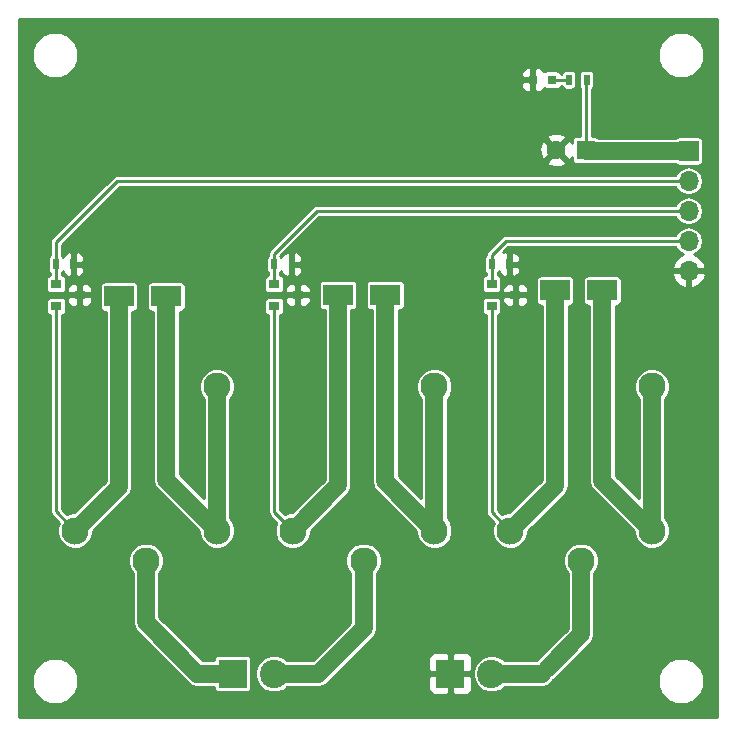
<source format=gtl>
G04 #@! TF.FileFunction,Copper,L1,Top,Signal*
%FSLAX46Y46*%
G04 Gerber Fmt 4.6, Leading zero omitted, Abs format (unit mm)*
G04 Created by KiCad (PCBNEW 4.0.6) date 04/22/17 16:30:30*
%MOMM*%
%LPD*%
G01*
G04 APERTURE LIST*
%ADD10C,0.100000*%
%ADD11C,2.300000*%
%ADD12R,1.600000X1.600000*%
%ADD13C,1.600000*%
%ADD14R,0.800000X0.800000*%
%ADD15R,2.500000X1.800000*%
%ADD16R,1.700000X1.700000*%
%ADD17O,1.700000X1.700000*%
%ADD18C,2.400000*%
%ADD19R,2.400000X2.400000*%
%ADD20R,0.900000X0.800000*%
%ADD21R,0.500000X0.900000*%
%ADD22C,1.500000*%
%ADD23C,0.250000*%
%ADD24C,0.254000*%
G04 APERTURE END LIST*
D10*
D11*
X167513000Y-94551500D03*
X173513000Y-109301500D03*
X167513000Y-106751500D03*
X179513000Y-106751500D03*
X179513000Y-94551500D03*
D12*
X173926500Y-74549000D03*
D13*
X171426500Y-74549000D03*
D14*
X171043500Y-68580000D03*
X169443500Y-68580000D03*
D15*
X138398000Y-86931500D03*
X134398000Y-86931500D03*
X156940000Y-86804500D03*
X152940000Y-86804500D03*
X175323000Y-86423500D03*
X171323000Y-86423500D03*
D16*
X182626000Y-74612500D03*
D17*
X182626000Y-77152500D03*
X182626000Y-79692500D03*
X182626000Y-82232500D03*
X182626000Y-84772500D03*
D18*
X147518000Y-118872000D03*
D19*
X144018000Y-118872000D03*
D18*
X165933000Y-118872000D03*
D19*
X162433000Y-118872000D03*
D20*
X129064000Y-85854500D03*
X129064000Y-87754500D03*
X131064000Y-86804500D03*
X147526500Y-85854500D03*
X147526500Y-87754500D03*
X149526500Y-86804500D03*
X165941500Y-85854500D03*
X165941500Y-87754500D03*
X167941500Y-86804500D03*
D21*
X173978000Y-68580000D03*
X172478000Y-68580000D03*
X129032000Y-84201000D03*
X130532000Y-84201000D03*
X147522500Y-84201000D03*
X149022500Y-84201000D03*
X165937500Y-84201000D03*
X167437500Y-84201000D03*
D11*
X130683000Y-94551500D03*
X136683000Y-109301500D03*
X130683000Y-106751500D03*
X142683000Y-106751500D03*
X142683000Y-94551500D03*
X149098000Y-94551500D03*
X155098000Y-109301500D03*
X149098000Y-106751500D03*
X161098000Y-106751500D03*
X161098000Y-94551500D03*
D22*
X180530500Y-74612500D02*
X182626000Y-74612500D01*
X180530500Y-74612500D02*
X173990000Y-74612500D01*
D23*
X173990000Y-74612500D02*
X173926500Y-74549000D01*
X173926500Y-74549000D02*
X173926500Y-68631500D01*
X173926500Y-68631500D02*
X173978000Y-68580000D01*
D22*
X138398000Y-86931500D02*
X138398000Y-102466500D01*
X138398000Y-102466500D02*
X142683000Y-106751500D01*
X175323000Y-86423500D02*
X175323000Y-102561500D01*
X175323000Y-102561500D02*
X179513000Y-106751500D01*
X156940000Y-86804500D02*
X156940000Y-102593500D01*
X156940000Y-102593500D02*
X161098000Y-106751500D01*
X142683000Y-94551500D02*
X142683000Y-96177845D01*
X142683000Y-96177845D02*
X142683000Y-106751500D01*
X161098000Y-94551500D02*
X161098000Y-106751500D01*
X179513000Y-94551500D02*
X179513000Y-96177845D01*
X179513000Y-96177845D02*
X179513000Y-106751500D01*
D23*
X171043500Y-68580000D02*
X172478000Y-68580000D01*
X129064000Y-87754500D02*
X129064000Y-105132500D01*
X129064000Y-105132500D02*
X130683000Y-106751500D01*
D22*
X130683000Y-106751500D02*
X134398000Y-103036500D01*
X134398000Y-103036500D02*
X134398000Y-86931500D01*
D23*
X147526500Y-87754500D02*
X147526500Y-105180000D01*
X147526500Y-105180000D02*
X149098000Y-106751500D01*
D22*
X152940000Y-86804500D02*
X152940000Y-102909500D01*
X152940000Y-102909500D02*
X149098000Y-106751500D01*
D23*
X165941500Y-87754500D02*
X165941500Y-105180000D01*
X165941500Y-105180000D02*
X167513000Y-106751500D01*
D22*
X171323000Y-86423500D02*
X171323000Y-102941500D01*
X171323000Y-102941500D02*
X167513000Y-106751500D01*
D23*
X182626000Y-77152500D02*
X134239000Y-77152500D01*
X134239000Y-77152500D02*
X129032000Y-82359500D01*
X129032000Y-82359500D02*
X129032000Y-84201000D01*
X129064000Y-85854500D02*
X129064000Y-84233000D01*
X129064000Y-84233000D02*
X129032000Y-84201000D01*
X182626000Y-79692500D02*
X151130000Y-79692500D01*
X151130000Y-79692500D02*
X147522500Y-83300000D01*
X147522500Y-83300000D02*
X147522500Y-84201000D01*
X147522500Y-84201000D02*
X147522500Y-85850500D01*
X147522500Y-85850500D02*
X147526500Y-85854500D01*
X180530500Y-82232500D02*
X182626000Y-82232500D01*
X165937500Y-84201000D02*
X165937500Y-85850500D01*
X165937500Y-85850500D02*
X165941500Y-85854500D01*
X180530500Y-82232500D02*
X167132000Y-82232500D01*
X167132000Y-82232500D02*
X165937500Y-83427000D01*
X165937500Y-83427000D02*
X165937500Y-84201000D01*
D22*
X136683000Y-109301500D02*
X136683000Y-114521500D01*
X136683000Y-114521500D02*
X141033500Y-118872000D01*
X141033500Y-118872000D02*
X144018000Y-118872000D01*
X147518000Y-118872000D02*
X151257000Y-118872000D01*
X151257000Y-118872000D02*
X155098000Y-115031000D01*
X155098000Y-115031000D02*
X155098000Y-109301500D01*
D23*
X170624500Y-118427500D02*
X170688000Y-118364000D01*
D22*
X170688000Y-118364000D02*
X173513000Y-115539000D01*
X165933000Y-118872000D02*
X170180000Y-118872000D01*
D23*
X170180000Y-118872000D02*
X170688000Y-118364000D01*
D22*
X173513000Y-115539000D02*
X173513000Y-109301500D01*
D24*
G36*
X185020000Y-122536000D02*
X125932000Y-122536000D01*
X125932000Y-119884316D01*
X126994657Y-119884316D01*
X127295611Y-120612680D01*
X127852389Y-121170431D01*
X128580226Y-121472655D01*
X129368316Y-121473343D01*
X130096680Y-121172389D01*
X130654431Y-120615611D01*
X130956655Y-119887774D01*
X130957343Y-119099684D01*
X130656389Y-118371320D01*
X130099611Y-117813569D01*
X129371774Y-117511345D01*
X128583684Y-117510657D01*
X127855320Y-117811611D01*
X127297569Y-118368389D01*
X126995345Y-119096226D01*
X126994657Y-119884316D01*
X125932000Y-119884316D01*
X125932000Y-109604699D01*
X135151735Y-109604699D01*
X135384325Y-110167609D01*
X135552000Y-110335577D01*
X135552000Y-114521500D01*
X135638092Y-114954315D01*
X135883262Y-115321238D01*
X140233762Y-119671738D01*
X140600685Y-119916908D01*
X141033500Y-120003000D01*
X142429536Y-120003000D01*
X142429536Y-120072000D01*
X142456103Y-120213190D01*
X142539546Y-120342865D01*
X142666866Y-120429859D01*
X142818000Y-120460464D01*
X145218000Y-120460464D01*
X145359190Y-120433897D01*
X145488865Y-120350454D01*
X145575859Y-120223134D01*
X145606464Y-120072000D01*
X145606464Y-119185101D01*
X145936726Y-119185101D01*
X146176912Y-119766395D01*
X146621266Y-120211525D01*
X147202140Y-120452725D01*
X147831101Y-120453274D01*
X148412395Y-120213088D01*
X148622850Y-120003000D01*
X151257000Y-120003000D01*
X151689815Y-119916908D01*
X152056738Y-119671738D01*
X152570726Y-119157750D01*
X160598000Y-119157750D01*
X160598000Y-120198310D01*
X160694673Y-120431699D01*
X160873302Y-120610327D01*
X161106691Y-120707000D01*
X162147250Y-120707000D01*
X162306000Y-120548250D01*
X162306000Y-118999000D01*
X162560000Y-118999000D01*
X162560000Y-120548250D01*
X162718750Y-120707000D01*
X163759309Y-120707000D01*
X163992698Y-120610327D01*
X164171327Y-120431699D01*
X164268000Y-120198310D01*
X164268000Y-119185101D01*
X164351726Y-119185101D01*
X164591912Y-119766395D01*
X165036266Y-120211525D01*
X165617140Y-120452725D01*
X166246101Y-120453274D01*
X166827395Y-120213088D01*
X167037850Y-120003000D01*
X170180000Y-120003000D01*
X170612815Y-119916908D01*
X170661592Y-119884316D01*
X179994657Y-119884316D01*
X180295611Y-120612680D01*
X180852389Y-121170431D01*
X181580226Y-121472655D01*
X182368316Y-121473343D01*
X183096680Y-121172389D01*
X183654431Y-120615611D01*
X183956655Y-119887774D01*
X183957343Y-119099684D01*
X183656389Y-118371320D01*
X183099611Y-117813569D01*
X182371774Y-117511345D01*
X181583684Y-117510657D01*
X180855320Y-117811611D01*
X180297569Y-118368389D01*
X179995345Y-119096226D01*
X179994657Y-119884316D01*
X170661592Y-119884316D01*
X170979738Y-119671738D01*
X171183214Y-119367214D01*
X171487738Y-119163738D01*
X174312738Y-116338738D01*
X174557908Y-115971815D01*
X174644000Y-115539000D01*
X174644000Y-110335746D01*
X174810162Y-110169874D01*
X175043734Y-109607371D01*
X175044265Y-108998301D01*
X174811675Y-108435391D01*
X174381374Y-108004338D01*
X173818871Y-107770766D01*
X173209801Y-107770235D01*
X172646891Y-108002825D01*
X172215838Y-108433126D01*
X171982266Y-108995629D01*
X171981735Y-109604699D01*
X172214325Y-110167609D01*
X172382000Y-110335577D01*
X172382000Y-115070524D01*
X169888262Y-117564262D01*
X169770169Y-117741000D01*
X167037895Y-117741000D01*
X166829734Y-117532475D01*
X166248860Y-117291275D01*
X165619899Y-117290726D01*
X165038605Y-117530912D01*
X164593475Y-117975266D01*
X164352275Y-118556140D01*
X164351726Y-119185101D01*
X164268000Y-119185101D01*
X164268000Y-119157750D01*
X164109250Y-118999000D01*
X162560000Y-118999000D01*
X162306000Y-118999000D01*
X160756750Y-118999000D01*
X160598000Y-119157750D01*
X152570726Y-119157750D01*
X154182786Y-117545690D01*
X160598000Y-117545690D01*
X160598000Y-118586250D01*
X160756750Y-118745000D01*
X162306000Y-118745000D01*
X162306000Y-117195750D01*
X162560000Y-117195750D01*
X162560000Y-118745000D01*
X164109250Y-118745000D01*
X164268000Y-118586250D01*
X164268000Y-117545690D01*
X164171327Y-117312301D01*
X163992698Y-117133673D01*
X163759309Y-117037000D01*
X162718750Y-117037000D01*
X162560000Y-117195750D01*
X162306000Y-117195750D01*
X162147250Y-117037000D01*
X161106691Y-117037000D01*
X160873302Y-117133673D01*
X160694673Y-117312301D01*
X160598000Y-117545690D01*
X154182786Y-117545690D01*
X155897738Y-115830738D01*
X156142908Y-115463815D01*
X156229000Y-115031000D01*
X156229000Y-110335746D01*
X156395162Y-110169874D01*
X156628734Y-109607371D01*
X156629265Y-108998301D01*
X156396675Y-108435391D01*
X155966374Y-108004338D01*
X155403871Y-107770766D01*
X154794801Y-107770235D01*
X154231891Y-108002825D01*
X153800838Y-108433126D01*
X153567266Y-108995629D01*
X153566735Y-109604699D01*
X153799325Y-110167609D01*
X153967000Y-110335577D01*
X153967000Y-114562524D01*
X150788524Y-117741000D01*
X148622895Y-117741000D01*
X148414734Y-117532475D01*
X147833860Y-117291275D01*
X147204899Y-117290726D01*
X146623605Y-117530912D01*
X146178475Y-117975266D01*
X145937275Y-118556140D01*
X145936726Y-119185101D01*
X145606464Y-119185101D01*
X145606464Y-117672000D01*
X145579897Y-117530810D01*
X145496454Y-117401135D01*
X145369134Y-117314141D01*
X145218000Y-117283536D01*
X142818000Y-117283536D01*
X142676810Y-117310103D01*
X142547135Y-117393546D01*
X142460141Y-117520866D01*
X142429536Y-117672000D01*
X142429536Y-117741000D01*
X141501976Y-117741000D01*
X137814000Y-114053024D01*
X137814000Y-110335746D01*
X137980162Y-110169874D01*
X138213734Y-109607371D01*
X138214265Y-108998301D01*
X137981675Y-108435391D01*
X137551374Y-108004338D01*
X136988871Y-107770766D01*
X136379801Y-107770235D01*
X135816891Y-108002825D01*
X135385838Y-108433126D01*
X135152266Y-108995629D01*
X135151735Y-109604699D01*
X125932000Y-109604699D01*
X125932000Y-87354500D01*
X128225536Y-87354500D01*
X128225536Y-88154500D01*
X128252103Y-88295690D01*
X128335546Y-88425365D01*
X128462866Y-88512359D01*
X128558000Y-88531624D01*
X128558000Y-105132500D01*
X128596517Y-105326138D01*
X128706204Y-105490296D01*
X129301688Y-106085780D01*
X129152266Y-106445629D01*
X129151735Y-107054699D01*
X129384325Y-107617609D01*
X129814626Y-108048662D01*
X130377129Y-108282234D01*
X130986199Y-108282765D01*
X131549109Y-108050175D01*
X131980162Y-107619874D01*
X132213734Y-107057371D01*
X132213941Y-106820035D01*
X135197735Y-103836240D01*
X135197738Y-103836238D01*
X135442908Y-103469315D01*
X135529000Y-103036500D01*
X135529000Y-88219964D01*
X135648000Y-88219964D01*
X135789190Y-88193397D01*
X135918865Y-88109954D01*
X136005859Y-87982634D01*
X136036464Y-87831500D01*
X136036464Y-86031500D01*
X136759536Y-86031500D01*
X136759536Y-87831500D01*
X136786103Y-87972690D01*
X136869546Y-88102365D01*
X136996866Y-88189359D01*
X137148000Y-88219964D01*
X137267000Y-88219964D01*
X137267000Y-102466500D01*
X137353092Y-102899315D01*
X137598262Y-103266238D01*
X141151940Y-106819916D01*
X141151735Y-107054699D01*
X141384325Y-107617609D01*
X141814626Y-108048662D01*
X142377129Y-108282234D01*
X142986199Y-108282765D01*
X143549109Y-108050175D01*
X143980162Y-107619874D01*
X144213734Y-107057371D01*
X144214265Y-106448301D01*
X143981675Y-105885391D01*
X143814000Y-105717423D01*
X143814000Y-95585746D01*
X143980162Y-95419874D01*
X144213734Y-94857371D01*
X144214265Y-94248301D01*
X143981675Y-93685391D01*
X143551374Y-93254338D01*
X142988871Y-93020766D01*
X142379801Y-93020235D01*
X141816891Y-93252825D01*
X141385838Y-93683126D01*
X141152266Y-94245629D01*
X141151735Y-94854699D01*
X141384325Y-95417609D01*
X141552000Y-95585577D01*
X141552000Y-104021024D01*
X139529000Y-101998024D01*
X139529000Y-88219964D01*
X139648000Y-88219964D01*
X139789190Y-88193397D01*
X139918865Y-88109954D01*
X140005859Y-87982634D01*
X140036464Y-87831500D01*
X140036464Y-87354500D01*
X146688036Y-87354500D01*
X146688036Y-88154500D01*
X146714603Y-88295690D01*
X146798046Y-88425365D01*
X146925366Y-88512359D01*
X147020500Y-88531624D01*
X147020500Y-105180000D01*
X147059017Y-105373638D01*
X147168704Y-105537796D01*
X147716688Y-106085780D01*
X147567266Y-106445629D01*
X147566735Y-107054699D01*
X147799325Y-107617609D01*
X148229626Y-108048662D01*
X148792129Y-108282234D01*
X149401199Y-108282765D01*
X149964109Y-108050175D01*
X150395162Y-107619874D01*
X150628734Y-107057371D01*
X150628941Y-106820035D01*
X153739735Y-103709240D01*
X153739738Y-103709238D01*
X153984908Y-103342315D01*
X154000041Y-103266238D01*
X154071001Y-102909500D01*
X154071000Y-102909495D01*
X154071000Y-88092964D01*
X154190000Y-88092964D01*
X154331190Y-88066397D01*
X154460865Y-87982954D01*
X154547859Y-87855634D01*
X154578464Y-87704500D01*
X154578464Y-85904500D01*
X155301536Y-85904500D01*
X155301536Y-87704500D01*
X155328103Y-87845690D01*
X155411546Y-87975365D01*
X155538866Y-88062359D01*
X155690000Y-88092964D01*
X155809000Y-88092964D01*
X155809000Y-102593500D01*
X155895092Y-103026315D01*
X156140262Y-103393238D01*
X159566940Y-106819916D01*
X159566735Y-107054699D01*
X159799325Y-107617609D01*
X160229626Y-108048662D01*
X160792129Y-108282234D01*
X161401199Y-108282765D01*
X161964109Y-108050175D01*
X162395162Y-107619874D01*
X162628734Y-107057371D01*
X162629265Y-106448301D01*
X162396675Y-105885391D01*
X162229000Y-105717423D01*
X162229000Y-95585746D01*
X162395162Y-95419874D01*
X162628734Y-94857371D01*
X162629265Y-94248301D01*
X162396675Y-93685391D01*
X161966374Y-93254338D01*
X161403871Y-93020766D01*
X160794801Y-93020235D01*
X160231891Y-93252825D01*
X159800838Y-93683126D01*
X159567266Y-94245629D01*
X159566735Y-94854699D01*
X159799325Y-95417609D01*
X159967000Y-95585577D01*
X159967000Y-104021024D01*
X158071000Y-102125024D01*
X158071000Y-88092964D01*
X158190000Y-88092964D01*
X158331190Y-88066397D01*
X158460865Y-87982954D01*
X158547859Y-87855634D01*
X158578464Y-87704500D01*
X158578464Y-87354500D01*
X165103036Y-87354500D01*
X165103036Y-88154500D01*
X165129603Y-88295690D01*
X165213046Y-88425365D01*
X165340366Y-88512359D01*
X165435500Y-88531624D01*
X165435500Y-105180000D01*
X165474017Y-105373638D01*
X165583704Y-105537796D01*
X166131688Y-106085780D01*
X165982266Y-106445629D01*
X165981735Y-107054699D01*
X166214325Y-107617609D01*
X166644626Y-108048662D01*
X167207129Y-108282234D01*
X167816199Y-108282765D01*
X168379109Y-108050175D01*
X168810162Y-107619874D01*
X169043734Y-107057371D01*
X169043941Y-106820035D01*
X172122738Y-103741238D01*
X172367908Y-103374315D01*
X172454001Y-102941500D01*
X172454000Y-102941495D01*
X172454000Y-87711964D01*
X172573000Y-87711964D01*
X172714190Y-87685397D01*
X172843865Y-87601954D01*
X172930859Y-87474634D01*
X172961464Y-87323500D01*
X172961464Y-85523500D01*
X173684536Y-85523500D01*
X173684536Y-87323500D01*
X173711103Y-87464690D01*
X173794546Y-87594365D01*
X173921866Y-87681359D01*
X174073000Y-87711964D01*
X174192000Y-87711964D01*
X174192000Y-102561500D01*
X174278092Y-102994315D01*
X174523262Y-103361238D01*
X177981940Y-106819916D01*
X177981735Y-107054699D01*
X178214325Y-107617609D01*
X178644626Y-108048662D01*
X179207129Y-108282234D01*
X179816199Y-108282765D01*
X180379109Y-108050175D01*
X180810162Y-107619874D01*
X181043734Y-107057371D01*
X181044265Y-106448301D01*
X180811675Y-105885391D01*
X180644000Y-105717423D01*
X180644000Y-95585746D01*
X180810162Y-95419874D01*
X181043734Y-94857371D01*
X181044265Y-94248301D01*
X180811675Y-93685391D01*
X180381374Y-93254338D01*
X179818871Y-93020766D01*
X179209801Y-93020235D01*
X178646891Y-93252825D01*
X178215838Y-93683126D01*
X177982266Y-94245629D01*
X177981735Y-94854699D01*
X178214325Y-95417609D01*
X178382000Y-95585577D01*
X178382000Y-104021024D01*
X176454000Y-102093024D01*
X176454000Y-87711964D01*
X176573000Y-87711964D01*
X176714190Y-87685397D01*
X176843865Y-87601954D01*
X176930859Y-87474634D01*
X176961464Y-87323500D01*
X176961464Y-85523500D01*
X176934897Y-85382310D01*
X176851454Y-85252635D01*
X176724134Y-85165641D01*
X176573000Y-85135036D01*
X174073000Y-85135036D01*
X173931810Y-85161603D01*
X173802135Y-85245046D01*
X173715141Y-85372366D01*
X173684536Y-85523500D01*
X172961464Y-85523500D01*
X172934897Y-85382310D01*
X172851454Y-85252635D01*
X172724134Y-85165641D01*
X172573000Y-85135036D01*
X170073000Y-85135036D01*
X169931810Y-85161603D01*
X169802135Y-85245046D01*
X169715141Y-85372366D01*
X169684536Y-85523500D01*
X169684536Y-87323500D01*
X169711103Y-87464690D01*
X169794546Y-87594365D01*
X169921866Y-87681359D01*
X170073000Y-87711964D01*
X170192000Y-87711964D01*
X170192000Y-102473024D01*
X167444584Y-105220440D01*
X167209801Y-105220235D01*
X166847165Y-105370073D01*
X166447500Y-104970408D01*
X166447500Y-88532427D01*
X166532690Y-88516397D01*
X166662365Y-88432954D01*
X166749359Y-88305634D01*
X166779964Y-88154500D01*
X166779964Y-87354500D01*
X166753397Y-87213310D01*
X166674211Y-87090250D01*
X166856500Y-87090250D01*
X166856500Y-87330810D01*
X166953173Y-87564199D01*
X167131802Y-87742827D01*
X167365191Y-87839500D01*
X167655750Y-87839500D01*
X167814500Y-87680750D01*
X167814500Y-86931500D01*
X168068500Y-86931500D01*
X168068500Y-87680750D01*
X168227250Y-87839500D01*
X168517809Y-87839500D01*
X168751198Y-87742827D01*
X168929827Y-87564199D01*
X169026500Y-87330810D01*
X169026500Y-87090250D01*
X168867750Y-86931500D01*
X168068500Y-86931500D01*
X167814500Y-86931500D01*
X167015250Y-86931500D01*
X166856500Y-87090250D01*
X166674211Y-87090250D01*
X166669954Y-87083635D01*
X166542634Y-86996641D01*
X166391500Y-86966036D01*
X165491500Y-86966036D01*
X165350310Y-86992603D01*
X165220635Y-87076046D01*
X165133641Y-87203366D01*
X165103036Y-87354500D01*
X158578464Y-87354500D01*
X158578464Y-85904500D01*
X158551897Y-85763310D01*
X158468454Y-85633635D01*
X158341134Y-85546641D01*
X158190000Y-85516036D01*
X155690000Y-85516036D01*
X155548810Y-85542603D01*
X155419135Y-85626046D01*
X155332141Y-85753366D01*
X155301536Y-85904500D01*
X154578464Y-85904500D01*
X154551897Y-85763310D01*
X154468454Y-85633635D01*
X154341134Y-85546641D01*
X154190000Y-85516036D01*
X151690000Y-85516036D01*
X151548810Y-85542603D01*
X151419135Y-85626046D01*
X151332141Y-85753366D01*
X151301536Y-85904500D01*
X151301536Y-87704500D01*
X151328103Y-87845690D01*
X151411546Y-87975365D01*
X151538866Y-88062359D01*
X151690000Y-88092964D01*
X151809000Y-88092964D01*
X151809000Y-102441025D01*
X149029585Y-105220440D01*
X148794801Y-105220235D01*
X148432165Y-105370073D01*
X148032500Y-104970408D01*
X148032500Y-88532427D01*
X148117690Y-88516397D01*
X148247365Y-88432954D01*
X148334359Y-88305634D01*
X148364964Y-88154500D01*
X148364964Y-87354500D01*
X148338397Y-87213310D01*
X148259211Y-87090250D01*
X148441500Y-87090250D01*
X148441500Y-87330810D01*
X148538173Y-87564199D01*
X148716802Y-87742827D01*
X148950191Y-87839500D01*
X149240750Y-87839500D01*
X149399500Y-87680750D01*
X149399500Y-86931500D01*
X149653500Y-86931500D01*
X149653500Y-87680750D01*
X149812250Y-87839500D01*
X150102809Y-87839500D01*
X150336198Y-87742827D01*
X150514827Y-87564199D01*
X150611500Y-87330810D01*
X150611500Y-87090250D01*
X150452750Y-86931500D01*
X149653500Y-86931500D01*
X149399500Y-86931500D01*
X148600250Y-86931500D01*
X148441500Y-87090250D01*
X148259211Y-87090250D01*
X148254954Y-87083635D01*
X148127634Y-86996641D01*
X147976500Y-86966036D01*
X147076500Y-86966036D01*
X146935310Y-86992603D01*
X146805635Y-87076046D01*
X146718641Y-87203366D01*
X146688036Y-87354500D01*
X140036464Y-87354500D01*
X140036464Y-86031500D01*
X140009897Y-85890310D01*
X139926454Y-85760635D01*
X139799134Y-85673641D01*
X139648000Y-85643036D01*
X137148000Y-85643036D01*
X137006810Y-85669603D01*
X136877135Y-85753046D01*
X136790141Y-85880366D01*
X136759536Y-86031500D01*
X136036464Y-86031500D01*
X136009897Y-85890310D01*
X135926454Y-85760635D01*
X135799134Y-85673641D01*
X135648000Y-85643036D01*
X133148000Y-85643036D01*
X133006810Y-85669603D01*
X132877135Y-85753046D01*
X132790141Y-85880366D01*
X132759536Y-86031500D01*
X132759536Y-87831500D01*
X132786103Y-87972690D01*
X132869546Y-88102365D01*
X132996866Y-88189359D01*
X133148000Y-88219964D01*
X133267000Y-88219964D01*
X133267000Y-102568025D01*
X130614585Y-105220440D01*
X130379801Y-105220235D01*
X130017165Y-105370073D01*
X129570000Y-104922908D01*
X129570000Y-88532427D01*
X129655190Y-88516397D01*
X129784865Y-88432954D01*
X129871859Y-88305634D01*
X129902464Y-88154500D01*
X129902464Y-87354500D01*
X129875897Y-87213310D01*
X129796711Y-87090250D01*
X129979000Y-87090250D01*
X129979000Y-87330810D01*
X130075673Y-87564199D01*
X130254302Y-87742827D01*
X130487691Y-87839500D01*
X130778250Y-87839500D01*
X130937000Y-87680750D01*
X130937000Y-86931500D01*
X131191000Y-86931500D01*
X131191000Y-87680750D01*
X131349750Y-87839500D01*
X131640309Y-87839500D01*
X131873698Y-87742827D01*
X132052327Y-87564199D01*
X132149000Y-87330810D01*
X132149000Y-87090250D01*
X131990250Y-86931500D01*
X131191000Y-86931500D01*
X130937000Y-86931500D01*
X130137750Y-86931500D01*
X129979000Y-87090250D01*
X129796711Y-87090250D01*
X129792454Y-87083635D01*
X129665134Y-86996641D01*
X129514000Y-86966036D01*
X128614000Y-86966036D01*
X128472810Y-86992603D01*
X128343135Y-87076046D01*
X128256141Y-87203366D01*
X128225536Y-87354500D01*
X125932000Y-87354500D01*
X125932000Y-85454500D01*
X128225536Y-85454500D01*
X128225536Y-86254500D01*
X128252103Y-86395690D01*
X128335546Y-86525365D01*
X128462866Y-86612359D01*
X128614000Y-86642964D01*
X129514000Y-86642964D01*
X129655190Y-86616397D01*
X129784865Y-86532954D01*
X129871859Y-86405634D01*
X129897666Y-86278190D01*
X129979000Y-86278190D01*
X129979000Y-86518750D01*
X130137750Y-86677500D01*
X130937000Y-86677500D01*
X130937000Y-85928250D01*
X131191000Y-85928250D01*
X131191000Y-86677500D01*
X131990250Y-86677500D01*
X132149000Y-86518750D01*
X132149000Y-86278190D01*
X132052327Y-86044801D01*
X131873698Y-85866173D01*
X131640309Y-85769500D01*
X131349750Y-85769500D01*
X131191000Y-85928250D01*
X130937000Y-85928250D01*
X130778250Y-85769500D01*
X130487691Y-85769500D01*
X130254302Y-85866173D01*
X130075673Y-86044801D01*
X129979000Y-86278190D01*
X129897666Y-86278190D01*
X129902464Y-86254500D01*
X129902464Y-85454500D01*
X146688036Y-85454500D01*
X146688036Y-86254500D01*
X146714603Y-86395690D01*
X146798046Y-86525365D01*
X146925366Y-86612359D01*
X147076500Y-86642964D01*
X147976500Y-86642964D01*
X148117690Y-86616397D01*
X148247365Y-86532954D01*
X148334359Y-86405634D01*
X148360166Y-86278190D01*
X148441500Y-86278190D01*
X148441500Y-86518750D01*
X148600250Y-86677500D01*
X149399500Y-86677500D01*
X149399500Y-85928250D01*
X149653500Y-85928250D01*
X149653500Y-86677500D01*
X150452750Y-86677500D01*
X150611500Y-86518750D01*
X150611500Y-86278190D01*
X150514827Y-86044801D01*
X150336198Y-85866173D01*
X150102809Y-85769500D01*
X149812250Y-85769500D01*
X149653500Y-85928250D01*
X149399500Y-85928250D01*
X149240750Y-85769500D01*
X148950191Y-85769500D01*
X148716802Y-85866173D01*
X148538173Y-86044801D01*
X148441500Y-86278190D01*
X148360166Y-86278190D01*
X148364964Y-86254500D01*
X148364964Y-85454500D01*
X165103036Y-85454500D01*
X165103036Y-86254500D01*
X165129603Y-86395690D01*
X165213046Y-86525365D01*
X165340366Y-86612359D01*
X165491500Y-86642964D01*
X166391500Y-86642964D01*
X166532690Y-86616397D01*
X166662365Y-86532954D01*
X166749359Y-86405634D01*
X166775166Y-86278190D01*
X166856500Y-86278190D01*
X166856500Y-86518750D01*
X167015250Y-86677500D01*
X167814500Y-86677500D01*
X167814500Y-85928250D01*
X168068500Y-85928250D01*
X168068500Y-86677500D01*
X168867750Y-86677500D01*
X169026500Y-86518750D01*
X169026500Y-86278190D01*
X168929827Y-86044801D01*
X168751198Y-85866173D01*
X168517809Y-85769500D01*
X168227250Y-85769500D01*
X168068500Y-85928250D01*
X167814500Y-85928250D01*
X167655750Y-85769500D01*
X167365191Y-85769500D01*
X167131802Y-85866173D01*
X166953173Y-86044801D01*
X166856500Y-86278190D01*
X166775166Y-86278190D01*
X166779964Y-86254500D01*
X166779964Y-85454500D01*
X166753397Y-85313310D01*
X166669954Y-85183635D01*
X166542634Y-85096641D01*
X166443500Y-85076566D01*
X166443500Y-84939019D01*
X166458365Y-84929454D01*
X166545359Y-84802134D01*
X166552500Y-84766870D01*
X166552500Y-84777310D01*
X166649173Y-85010699D01*
X166827802Y-85189327D01*
X167061191Y-85286000D01*
X167153750Y-85286000D01*
X167312500Y-85127250D01*
X167312500Y-84328000D01*
X167562500Y-84328000D01*
X167562500Y-85127250D01*
X167721250Y-85286000D01*
X167813809Y-85286000D01*
X168047198Y-85189327D01*
X168107135Y-85129390D01*
X181184524Y-85129390D01*
X181354355Y-85539424D01*
X181744642Y-85967683D01*
X182269108Y-86213986D01*
X182499000Y-86093319D01*
X182499000Y-84899500D01*
X182753000Y-84899500D01*
X182753000Y-86093319D01*
X182982892Y-86213986D01*
X183507358Y-85967683D01*
X183897645Y-85539424D01*
X184067476Y-85129390D01*
X183946155Y-84899500D01*
X182753000Y-84899500D01*
X182499000Y-84899500D01*
X181305845Y-84899500D01*
X181184524Y-85129390D01*
X168107135Y-85129390D01*
X168225827Y-85010699D01*
X168322500Y-84777310D01*
X168322500Y-84486750D01*
X168163750Y-84328000D01*
X167562500Y-84328000D01*
X167312500Y-84328000D01*
X167290500Y-84328000D01*
X167290500Y-84074000D01*
X167312500Y-84074000D01*
X167312500Y-83274750D01*
X167562500Y-83274750D01*
X167562500Y-84074000D01*
X168163750Y-84074000D01*
X168322500Y-83915250D01*
X168322500Y-83624690D01*
X168225827Y-83391301D01*
X168047198Y-83212673D01*
X167813809Y-83116000D01*
X167721250Y-83116000D01*
X167562500Y-83274750D01*
X167312500Y-83274750D01*
X167153750Y-83116000D01*
X167061191Y-83116000D01*
X166895433Y-83184659D01*
X167341592Y-82738500D01*
X181487918Y-82738500D01*
X181731435Y-83102948D01*
X182130800Y-83369796D01*
X182169947Y-83377583D01*
X181744642Y-83577317D01*
X181354355Y-84005576D01*
X181184524Y-84415610D01*
X181305845Y-84645500D01*
X182499000Y-84645500D01*
X182499000Y-84625500D01*
X182753000Y-84625500D01*
X182753000Y-84645500D01*
X183946155Y-84645500D01*
X184067476Y-84415610D01*
X183897645Y-84005576D01*
X183507358Y-83577317D01*
X183082053Y-83377583D01*
X183121200Y-83369796D01*
X183520565Y-83102948D01*
X183787413Y-82703583D01*
X183881117Y-82232500D01*
X183787413Y-81761417D01*
X183520565Y-81362052D01*
X183121200Y-81095204D01*
X182650117Y-81001500D01*
X182601883Y-81001500D01*
X182130800Y-81095204D01*
X181731435Y-81362052D01*
X181487918Y-81726500D01*
X167132000Y-81726500D01*
X166938362Y-81765017D01*
X166774204Y-81874704D01*
X165579704Y-83069204D01*
X165470017Y-83233362D01*
X165431500Y-83427000D01*
X165431500Y-83462981D01*
X165416635Y-83472546D01*
X165329641Y-83599866D01*
X165299036Y-83751000D01*
X165299036Y-84651000D01*
X165325603Y-84792190D01*
X165409046Y-84921865D01*
X165431500Y-84937207D01*
X165431500Y-85077326D01*
X165350310Y-85092603D01*
X165220635Y-85176046D01*
X165133641Y-85303366D01*
X165103036Y-85454500D01*
X148364964Y-85454500D01*
X148338397Y-85313310D01*
X148254954Y-85183635D01*
X148127634Y-85096641D01*
X148028500Y-85076566D01*
X148028500Y-84939019D01*
X148043365Y-84929454D01*
X148130359Y-84802134D01*
X148137500Y-84766870D01*
X148137500Y-84777310D01*
X148234173Y-85010699D01*
X148412802Y-85189327D01*
X148646191Y-85286000D01*
X148738750Y-85286000D01*
X148897500Y-85127250D01*
X148897500Y-84328000D01*
X149147500Y-84328000D01*
X149147500Y-85127250D01*
X149306250Y-85286000D01*
X149398809Y-85286000D01*
X149632198Y-85189327D01*
X149810827Y-85010699D01*
X149907500Y-84777310D01*
X149907500Y-84486750D01*
X149748750Y-84328000D01*
X149147500Y-84328000D01*
X148897500Y-84328000D01*
X148875500Y-84328000D01*
X148875500Y-84074000D01*
X148897500Y-84074000D01*
X148897500Y-83274750D01*
X149147500Y-83274750D01*
X149147500Y-84074000D01*
X149748750Y-84074000D01*
X149907500Y-83915250D01*
X149907500Y-83624690D01*
X149810827Y-83391301D01*
X149632198Y-83212673D01*
X149398809Y-83116000D01*
X149306250Y-83116000D01*
X149147500Y-83274750D01*
X148897500Y-83274750D01*
X148738750Y-83116000D01*
X148646191Y-83116000D01*
X148412802Y-83212673D01*
X148234173Y-83391301D01*
X148137500Y-83624690D01*
X148137500Y-83626301D01*
X148134397Y-83609810D01*
X148053696Y-83484396D01*
X151339592Y-80198500D01*
X181487918Y-80198500D01*
X181731435Y-80562948D01*
X182130800Y-80829796D01*
X182601883Y-80923500D01*
X182650117Y-80923500D01*
X183121200Y-80829796D01*
X183520565Y-80562948D01*
X183787413Y-80163583D01*
X183881117Y-79692500D01*
X183787413Y-79221417D01*
X183520565Y-78822052D01*
X183121200Y-78555204D01*
X182650117Y-78461500D01*
X182601883Y-78461500D01*
X182130800Y-78555204D01*
X181731435Y-78822052D01*
X181487918Y-79186500D01*
X151130000Y-79186500D01*
X150936362Y-79225017D01*
X150772204Y-79334704D01*
X147164704Y-82942204D01*
X147055017Y-83106362D01*
X147016500Y-83300000D01*
X147016500Y-83462981D01*
X147001635Y-83472546D01*
X146914641Y-83599866D01*
X146884036Y-83751000D01*
X146884036Y-84651000D01*
X146910603Y-84792190D01*
X146994046Y-84921865D01*
X147016500Y-84937207D01*
X147016500Y-85077326D01*
X146935310Y-85092603D01*
X146805635Y-85176046D01*
X146718641Y-85303366D01*
X146688036Y-85454500D01*
X129902464Y-85454500D01*
X129875897Y-85313310D01*
X129792454Y-85183635D01*
X129665134Y-85096641D01*
X129570000Y-85077376D01*
X129570000Y-84904376D01*
X129639859Y-84802134D01*
X129647000Y-84766870D01*
X129647000Y-84777310D01*
X129743673Y-85010699D01*
X129922302Y-85189327D01*
X130155691Y-85286000D01*
X130248250Y-85286000D01*
X130407000Y-85127250D01*
X130407000Y-84328000D01*
X130657000Y-84328000D01*
X130657000Y-85127250D01*
X130815750Y-85286000D01*
X130908309Y-85286000D01*
X131141698Y-85189327D01*
X131320327Y-85010699D01*
X131417000Y-84777310D01*
X131417000Y-84486750D01*
X131258250Y-84328000D01*
X130657000Y-84328000D01*
X130407000Y-84328000D01*
X130385000Y-84328000D01*
X130385000Y-84074000D01*
X130407000Y-84074000D01*
X130407000Y-83274750D01*
X130657000Y-83274750D01*
X130657000Y-84074000D01*
X131258250Y-84074000D01*
X131417000Y-83915250D01*
X131417000Y-83624690D01*
X131320327Y-83391301D01*
X131141698Y-83212673D01*
X130908309Y-83116000D01*
X130815750Y-83116000D01*
X130657000Y-83274750D01*
X130407000Y-83274750D01*
X130248250Y-83116000D01*
X130155691Y-83116000D01*
X129922302Y-83212673D01*
X129743673Y-83391301D01*
X129647000Y-83624690D01*
X129647000Y-83626301D01*
X129643897Y-83609810D01*
X129560454Y-83480135D01*
X129538000Y-83464793D01*
X129538000Y-82569092D01*
X134448592Y-77658500D01*
X181487918Y-77658500D01*
X181731435Y-78022948D01*
X182130800Y-78289796D01*
X182601883Y-78383500D01*
X182650117Y-78383500D01*
X183121200Y-78289796D01*
X183520565Y-78022948D01*
X183787413Y-77623583D01*
X183881117Y-77152500D01*
X183787413Y-76681417D01*
X183520565Y-76282052D01*
X183121200Y-76015204D01*
X182650117Y-75921500D01*
X182601883Y-75921500D01*
X182130800Y-76015204D01*
X181731435Y-76282052D01*
X181487918Y-76646500D01*
X134239000Y-76646500D01*
X134045362Y-76685017D01*
X133881204Y-76794704D01*
X128674204Y-82001704D01*
X128564517Y-82165862D01*
X128526000Y-82359500D01*
X128526000Y-83462981D01*
X128511135Y-83472546D01*
X128424141Y-83599866D01*
X128393536Y-83751000D01*
X128393536Y-84651000D01*
X128420103Y-84792190D01*
X128503546Y-84921865D01*
X128558000Y-84959072D01*
X128558000Y-85076573D01*
X128472810Y-85092603D01*
X128343135Y-85176046D01*
X128256141Y-85303366D01*
X128225536Y-85454500D01*
X125932000Y-85454500D01*
X125932000Y-75556745D01*
X170598361Y-75556745D01*
X170672495Y-75802864D01*
X171209723Y-75995965D01*
X171779954Y-75968778D01*
X172180505Y-75802864D01*
X172254639Y-75556745D01*
X171426500Y-74728605D01*
X170598361Y-75556745D01*
X125932000Y-75556745D01*
X125932000Y-74332223D01*
X169979535Y-74332223D01*
X170006722Y-74902454D01*
X170172636Y-75303005D01*
X170418755Y-75377139D01*
X171246895Y-74549000D01*
X171606105Y-74549000D01*
X172434245Y-75377139D01*
X172680364Y-75303005D01*
X172738036Y-75142555D01*
X172738036Y-75349000D01*
X172764603Y-75490190D01*
X172848046Y-75619865D01*
X172975366Y-75706859D01*
X173126500Y-75737464D01*
X173959655Y-75737464D01*
X173990000Y-75743500D01*
X181512379Y-75743500D01*
X181624866Y-75820359D01*
X181776000Y-75850964D01*
X183476000Y-75850964D01*
X183617190Y-75824397D01*
X183746865Y-75740954D01*
X183833859Y-75613634D01*
X183864464Y-75462500D01*
X183864464Y-73762500D01*
X183837897Y-73621310D01*
X183754454Y-73491635D01*
X183627134Y-73404641D01*
X183476000Y-73374036D01*
X181776000Y-73374036D01*
X181634810Y-73400603D01*
X181509092Y-73481500D01*
X175007119Y-73481500D01*
X175004954Y-73478135D01*
X174877634Y-73391141D01*
X174726500Y-73360536D01*
X174432500Y-73360536D01*
X174432500Y-69351158D01*
X174498865Y-69308454D01*
X174585859Y-69181134D01*
X174616464Y-69030000D01*
X174616464Y-68130000D01*
X174589897Y-67988810D01*
X174506454Y-67859135D01*
X174379134Y-67772141D01*
X174228000Y-67741536D01*
X173728000Y-67741536D01*
X173586810Y-67768103D01*
X173457135Y-67851546D01*
X173370141Y-67978866D01*
X173339536Y-68130000D01*
X173339536Y-69030000D01*
X173366103Y-69171190D01*
X173420500Y-69255726D01*
X173420500Y-73360536D01*
X173126500Y-73360536D01*
X172985310Y-73387103D01*
X172855635Y-73470546D01*
X172768641Y-73597866D01*
X172738036Y-73749000D01*
X172738036Y-73934227D01*
X172680364Y-73794995D01*
X172434245Y-73720861D01*
X171606105Y-74549000D01*
X171246895Y-74549000D01*
X170418755Y-73720861D01*
X170172636Y-73794995D01*
X169979535Y-74332223D01*
X125932000Y-74332223D01*
X125932000Y-73541255D01*
X170598361Y-73541255D01*
X171426500Y-74369395D01*
X172254639Y-73541255D01*
X172180505Y-73295136D01*
X171643277Y-73102035D01*
X171073046Y-73129222D01*
X170672495Y-73295136D01*
X170598361Y-73541255D01*
X125932000Y-73541255D01*
X125932000Y-68865750D01*
X168408500Y-68865750D01*
X168408500Y-69106310D01*
X168505173Y-69339699D01*
X168683802Y-69518327D01*
X168917191Y-69615000D01*
X169157750Y-69615000D01*
X169316500Y-69456250D01*
X169316500Y-68707000D01*
X168567250Y-68707000D01*
X168408500Y-68865750D01*
X125932000Y-68865750D01*
X125932000Y-66884316D01*
X126994657Y-66884316D01*
X127295611Y-67612680D01*
X127852389Y-68170431D01*
X128580226Y-68472655D01*
X129368316Y-68473343D01*
X130096680Y-68172389D01*
X130215586Y-68053690D01*
X168408500Y-68053690D01*
X168408500Y-68294250D01*
X168567250Y-68453000D01*
X169316500Y-68453000D01*
X169316500Y-67703750D01*
X169570500Y-67703750D01*
X169570500Y-68453000D01*
X169590500Y-68453000D01*
X169590500Y-68707000D01*
X169570500Y-68707000D01*
X169570500Y-69456250D01*
X169729250Y-69615000D01*
X169969809Y-69615000D01*
X170203198Y-69518327D01*
X170381827Y-69339699D01*
X170406805Y-69279398D01*
X170492366Y-69337859D01*
X170643500Y-69368464D01*
X171443500Y-69368464D01*
X171584690Y-69341897D01*
X171714365Y-69258454D01*
X171801359Y-69131134D01*
X171810499Y-69086000D01*
X171850073Y-69086000D01*
X171866103Y-69171190D01*
X171949546Y-69300865D01*
X172076866Y-69387859D01*
X172228000Y-69418464D01*
X172728000Y-69418464D01*
X172869190Y-69391897D01*
X172998865Y-69308454D01*
X173085859Y-69181134D01*
X173116464Y-69030000D01*
X173116464Y-68130000D01*
X173089897Y-67988810D01*
X173006454Y-67859135D01*
X172879134Y-67772141D01*
X172728000Y-67741536D01*
X172228000Y-67741536D01*
X172086810Y-67768103D01*
X171957135Y-67851546D01*
X171870141Y-67978866D01*
X171850876Y-68074000D01*
X171812019Y-68074000D01*
X171805397Y-68038810D01*
X171721954Y-67909135D01*
X171594634Y-67822141D01*
X171443500Y-67791536D01*
X170643500Y-67791536D01*
X170502310Y-67818103D01*
X170406463Y-67879778D01*
X170381827Y-67820301D01*
X170203198Y-67641673D01*
X169969809Y-67545000D01*
X169729250Y-67545000D01*
X169570500Y-67703750D01*
X169316500Y-67703750D01*
X169157750Y-67545000D01*
X168917191Y-67545000D01*
X168683802Y-67641673D01*
X168505173Y-67820301D01*
X168408500Y-68053690D01*
X130215586Y-68053690D01*
X130654431Y-67615611D01*
X130956655Y-66887774D01*
X130956658Y-66884316D01*
X179994657Y-66884316D01*
X180295611Y-67612680D01*
X180852389Y-68170431D01*
X181580226Y-68472655D01*
X182368316Y-68473343D01*
X183096680Y-68172389D01*
X183654431Y-67615611D01*
X183956655Y-66887774D01*
X183957343Y-66099684D01*
X183656389Y-65371320D01*
X183099611Y-64813569D01*
X182371774Y-64511345D01*
X181583684Y-64510657D01*
X180855320Y-64811611D01*
X180297569Y-65368389D01*
X179995345Y-66096226D01*
X179994657Y-66884316D01*
X130956658Y-66884316D01*
X130957343Y-66099684D01*
X130656389Y-65371320D01*
X130099611Y-64813569D01*
X129371774Y-64511345D01*
X128583684Y-64510657D01*
X127855320Y-64811611D01*
X127297569Y-65368389D01*
X126995345Y-66096226D01*
X126994657Y-66884316D01*
X125932000Y-66884316D01*
X125932000Y-63448000D01*
X185020000Y-63448000D01*
X185020000Y-122536000D01*
X185020000Y-122536000D01*
G37*
X185020000Y-122536000D02*
X125932000Y-122536000D01*
X125932000Y-119884316D01*
X126994657Y-119884316D01*
X127295611Y-120612680D01*
X127852389Y-121170431D01*
X128580226Y-121472655D01*
X129368316Y-121473343D01*
X130096680Y-121172389D01*
X130654431Y-120615611D01*
X130956655Y-119887774D01*
X130957343Y-119099684D01*
X130656389Y-118371320D01*
X130099611Y-117813569D01*
X129371774Y-117511345D01*
X128583684Y-117510657D01*
X127855320Y-117811611D01*
X127297569Y-118368389D01*
X126995345Y-119096226D01*
X126994657Y-119884316D01*
X125932000Y-119884316D01*
X125932000Y-109604699D01*
X135151735Y-109604699D01*
X135384325Y-110167609D01*
X135552000Y-110335577D01*
X135552000Y-114521500D01*
X135638092Y-114954315D01*
X135883262Y-115321238D01*
X140233762Y-119671738D01*
X140600685Y-119916908D01*
X141033500Y-120003000D01*
X142429536Y-120003000D01*
X142429536Y-120072000D01*
X142456103Y-120213190D01*
X142539546Y-120342865D01*
X142666866Y-120429859D01*
X142818000Y-120460464D01*
X145218000Y-120460464D01*
X145359190Y-120433897D01*
X145488865Y-120350454D01*
X145575859Y-120223134D01*
X145606464Y-120072000D01*
X145606464Y-119185101D01*
X145936726Y-119185101D01*
X146176912Y-119766395D01*
X146621266Y-120211525D01*
X147202140Y-120452725D01*
X147831101Y-120453274D01*
X148412395Y-120213088D01*
X148622850Y-120003000D01*
X151257000Y-120003000D01*
X151689815Y-119916908D01*
X152056738Y-119671738D01*
X152570726Y-119157750D01*
X160598000Y-119157750D01*
X160598000Y-120198310D01*
X160694673Y-120431699D01*
X160873302Y-120610327D01*
X161106691Y-120707000D01*
X162147250Y-120707000D01*
X162306000Y-120548250D01*
X162306000Y-118999000D01*
X162560000Y-118999000D01*
X162560000Y-120548250D01*
X162718750Y-120707000D01*
X163759309Y-120707000D01*
X163992698Y-120610327D01*
X164171327Y-120431699D01*
X164268000Y-120198310D01*
X164268000Y-119185101D01*
X164351726Y-119185101D01*
X164591912Y-119766395D01*
X165036266Y-120211525D01*
X165617140Y-120452725D01*
X166246101Y-120453274D01*
X166827395Y-120213088D01*
X167037850Y-120003000D01*
X170180000Y-120003000D01*
X170612815Y-119916908D01*
X170661592Y-119884316D01*
X179994657Y-119884316D01*
X180295611Y-120612680D01*
X180852389Y-121170431D01*
X181580226Y-121472655D01*
X182368316Y-121473343D01*
X183096680Y-121172389D01*
X183654431Y-120615611D01*
X183956655Y-119887774D01*
X183957343Y-119099684D01*
X183656389Y-118371320D01*
X183099611Y-117813569D01*
X182371774Y-117511345D01*
X181583684Y-117510657D01*
X180855320Y-117811611D01*
X180297569Y-118368389D01*
X179995345Y-119096226D01*
X179994657Y-119884316D01*
X170661592Y-119884316D01*
X170979738Y-119671738D01*
X171183214Y-119367214D01*
X171487738Y-119163738D01*
X174312738Y-116338738D01*
X174557908Y-115971815D01*
X174644000Y-115539000D01*
X174644000Y-110335746D01*
X174810162Y-110169874D01*
X175043734Y-109607371D01*
X175044265Y-108998301D01*
X174811675Y-108435391D01*
X174381374Y-108004338D01*
X173818871Y-107770766D01*
X173209801Y-107770235D01*
X172646891Y-108002825D01*
X172215838Y-108433126D01*
X171982266Y-108995629D01*
X171981735Y-109604699D01*
X172214325Y-110167609D01*
X172382000Y-110335577D01*
X172382000Y-115070524D01*
X169888262Y-117564262D01*
X169770169Y-117741000D01*
X167037895Y-117741000D01*
X166829734Y-117532475D01*
X166248860Y-117291275D01*
X165619899Y-117290726D01*
X165038605Y-117530912D01*
X164593475Y-117975266D01*
X164352275Y-118556140D01*
X164351726Y-119185101D01*
X164268000Y-119185101D01*
X164268000Y-119157750D01*
X164109250Y-118999000D01*
X162560000Y-118999000D01*
X162306000Y-118999000D01*
X160756750Y-118999000D01*
X160598000Y-119157750D01*
X152570726Y-119157750D01*
X154182786Y-117545690D01*
X160598000Y-117545690D01*
X160598000Y-118586250D01*
X160756750Y-118745000D01*
X162306000Y-118745000D01*
X162306000Y-117195750D01*
X162560000Y-117195750D01*
X162560000Y-118745000D01*
X164109250Y-118745000D01*
X164268000Y-118586250D01*
X164268000Y-117545690D01*
X164171327Y-117312301D01*
X163992698Y-117133673D01*
X163759309Y-117037000D01*
X162718750Y-117037000D01*
X162560000Y-117195750D01*
X162306000Y-117195750D01*
X162147250Y-117037000D01*
X161106691Y-117037000D01*
X160873302Y-117133673D01*
X160694673Y-117312301D01*
X160598000Y-117545690D01*
X154182786Y-117545690D01*
X155897738Y-115830738D01*
X156142908Y-115463815D01*
X156229000Y-115031000D01*
X156229000Y-110335746D01*
X156395162Y-110169874D01*
X156628734Y-109607371D01*
X156629265Y-108998301D01*
X156396675Y-108435391D01*
X155966374Y-108004338D01*
X155403871Y-107770766D01*
X154794801Y-107770235D01*
X154231891Y-108002825D01*
X153800838Y-108433126D01*
X153567266Y-108995629D01*
X153566735Y-109604699D01*
X153799325Y-110167609D01*
X153967000Y-110335577D01*
X153967000Y-114562524D01*
X150788524Y-117741000D01*
X148622895Y-117741000D01*
X148414734Y-117532475D01*
X147833860Y-117291275D01*
X147204899Y-117290726D01*
X146623605Y-117530912D01*
X146178475Y-117975266D01*
X145937275Y-118556140D01*
X145936726Y-119185101D01*
X145606464Y-119185101D01*
X145606464Y-117672000D01*
X145579897Y-117530810D01*
X145496454Y-117401135D01*
X145369134Y-117314141D01*
X145218000Y-117283536D01*
X142818000Y-117283536D01*
X142676810Y-117310103D01*
X142547135Y-117393546D01*
X142460141Y-117520866D01*
X142429536Y-117672000D01*
X142429536Y-117741000D01*
X141501976Y-117741000D01*
X137814000Y-114053024D01*
X137814000Y-110335746D01*
X137980162Y-110169874D01*
X138213734Y-109607371D01*
X138214265Y-108998301D01*
X137981675Y-108435391D01*
X137551374Y-108004338D01*
X136988871Y-107770766D01*
X136379801Y-107770235D01*
X135816891Y-108002825D01*
X135385838Y-108433126D01*
X135152266Y-108995629D01*
X135151735Y-109604699D01*
X125932000Y-109604699D01*
X125932000Y-87354500D01*
X128225536Y-87354500D01*
X128225536Y-88154500D01*
X128252103Y-88295690D01*
X128335546Y-88425365D01*
X128462866Y-88512359D01*
X128558000Y-88531624D01*
X128558000Y-105132500D01*
X128596517Y-105326138D01*
X128706204Y-105490296D01*
X129301688Y-106085780D01*
X129152266Y-106445629D01*
X129151735Y-107054699D01*
X129384325Y-107617609D01*
X129814626Y-108048662D01*
X130377129Y-108282234D01*
X130986199Y-108282765D01*
X131549109Y-108050175D01*
X131980162Y-107619874D01*
X132213734Y-107057371D01*
X132213941Y-106820035D01*
X135197735Y-103836240D01*
X135197738Y-103836238D01*
X135442908Y-103469315D01*
X135529000Y-103036500D01*
X135529000Y-88219964D01*
X135648000Y-88219964D01*
X135789190Y-88193397D01*
X135918865Y-88109954D01*
X136005859Y-87982634D01*
X136036464Y-87831500D01*
X136036464Y-86031500D01*
X136759536Y-86031500D01*
X136759536Y-87831500D01*
X136786103Y-87972690D01*
X136869546Y-88102365D01*
X136996866Y-88189359D01*
X137148000Y-88219964D01*
X137267000Y-88219964D01*
X137267000Y-102466500D01*
X137353092Y-102899315D01*
X137598262Y-103266238D01*
X141151940Y-106819916D01*
X141151735Y-107054699D01*
X141384325Y-107617609D01*
X141814626Y-108048662D01*
X142377129Y-108282234D01*
X142986199Y-108282765D01*
X143549109Y-108050175D01*
X143980162Y-107619874D01*
X144213734Y-107057371D01*
X144214265Y-106448301D01*
X143981675Y-105885391D01*
X143814000Y-105717423D01*
X143814000Y-95585746D01*
X143980162Y-95419874D01*
X144213734Y-94857371D01*
X144214265Y-94248301D01*
X143981675Y-93685391D01*
X143551374Y-93254338D01*
X142988871Y-93020766D01*
X142379801Y-93020235D01*
X141816891Y-93252825D01*
X141385838Y-93683126D01*
X141152266Y-94245629D01*
X141151735Y-94854699D01*
X141384325Y-95417609D01*
X141552000Y-95585577D01*
X141552000Y-104021024D01*
X139529000Y-101998024D01*
X139529000Y-88219964D01*
X139648000Y-88219964D01*
X139789190Y-88193397D01*
X139918865Y-88109954D01*
X140005859Y-87982634D01*
X140036464Y-87831500D01*
X140036464Y-87354500D01*
X146688036Y-87354500D01*
X146688036Y-88154500D01*
X146714603Y-88295690D01*
X146798046Y-88425365D01*
X146925366Y-88512359D01*
X147020500Y-88531624D01*
X147020500Y-105180000D01*
X147059017Y-105373638D01*
X147168704Y-105537796D01*
X147716688Y-106085780D01*
X147567266Y-106445629D01*
X147566735Y-107054699D01*
X147799325Y-107617609D01*
X148229626Y-108048662D01*
X148792129Y-108282234D01*
X149401199Y-108282765D01*
X149964109Y-108050175D01*
X150395162Y-107619874D01*
X150628734Y-107057371D01*
X150628941Y-106820035D01*
X153739735Y-103709240D01*
X153739738Y-103709238D01*
X153984908Y-103342315D01*
X154000041Y-103266238D01*
X154071001Y-102909500D01*
X154071000Y-102909495D01*
X154071000Y-88092964D01*
X154190000Y-88092964D01*
X154331190Y-88066397D01*
X154460865Y-87982954D01*
X154547859Y-87855634D01*
X154578464Y-87704500D01*
X154578464Y-85904500D01*
X155301536Y-85904500D01*
X155301536Y-87704500D01*
X155328103Y-87845690D01*
X155411546Y-87975365D01*
X155538866Y-88062359D01*
X155690000Y-88092964D01*
X155809000Y-88092964D01*
X155809000Y-102593500D01*
X155895092Y-103026315D01*
X156140262Y-103393238D01*
X159566940Y-106819916D01*
X159566735Y-107054699D01*
X159799325Y-107617609D01*
X160229626Y-108048662D01*
X160792129Y-108282234D01*
X161401199Y-108282765D01*
X161964109Y-108050175D01*
X162395162Y-107619874D01*
X162628734Y-107057371D01*
X162629265Y-106448301D01*
X162396675Y-105885391D01*
X162229000Y-105717423D01*
X162229000Y-95585746D01*
X162395162Y-95419874D01*
X162628734Y-94857371D01*
X162629265Y-94248301D01*
X162396675Y-93685391D01*
X161966374Y-93254338D01*
X161403871Y-93020766D01*
X160794801Y-93020235D01*
X160231891Y-93252825D01*
X159800838Y-93683126D01*
X159567266Y-94245629D01*
X159566735Y-94854699D01*
X159799325Y-95417609D01*
X159967000Y-95585577D01*
X159967000Y-104021024D01*
X158071000Y-102125024D01*
X158071000Y-88092964D01*
X158190000Y-88092964D01*
X158331190Y-88066397D01*
X158460865Y-87982954D01*
X158547859Y-87855634D01*
X158578464Y-87704500D01*
X158578464Y-87354500D01*
X165103036Y-87354500D01*
X165103036Y-88154500D01*
X165129603Y-88295690D01*
X165213046Y-88425365D01*
X165340366Y-88512359D01*
X165435500Y-88531624D01*
X165435500Y-105180000D01*
X165474017Y-105373638D01*
X165583704Y-105537796D01*
X166131688Y-106085780D01*
X165982266Y-106445629D01*
X165981735Y-107054699D01*
X166214325Y-107617609D01*
X166644626Y-108048662D01*
X167207129Y-108282234D01*
X167816199Y-108282765D01*
X168379109Y-108050175D01*
X168810162Y-107619874D01*
X169043734Y-107057371D01*
X169043941Y-106820035D01*
X172122738Y-103741238D01*
X172367908Y-103374315D01*
X172454001Y-102941500D01*
X172454000Y-102941495D01*
X172454000Y-87711964D01*
X172573000Y-87711964D01*
X172714190Y-87685397D01*
X172843865Y-87601954D01*
X172930859Y-87474634D01*
X172961464Y-87323500D01*
X172961464Y-85523500D01*
X173684536Y-85523500D01*
X173684536Y-87323500D01*
X173711103Y-87464690D01*
X173794546Y-87594365D01*
X173921866Y-87681359D01*
X174073000Y-87711964D01*
X174192000Y-87711964D01*
X174192000Y-102561500D01*
X174278092Y-102994315D01*
X174523262Y-103361238D01*
X177981940Y-106819916D01*
X177981735Y-107054699D01*
X178214325Y-107617609D01*
X178644626Y-108048662D01*
X179207129Y-108282234D01*
X179816199Y-108282765D01*
X180379109Y-108050175D01*
X180810162Y-107619874D01*
X181043734Y-107057371D01*
X181044265Y-106448301D01*
X180811675Y-105885391D01*
X180644000Y-105717423D01*
X180644000Y-95585746D01*
X180810162Y-95419874D01*
X181043734Y-94857371D01*
X181044265Y-94248301D01*
X180811675Y-93685391D01*
X180381374Y-93254338D01*
X179818871Y-93020766D01*
X179209801Y-93020235D01*
X178646891Y-93252825D01*
X178215838Y-93683126D01*
X177982266Y-94245629D01*
X177981735Y-94854699D01*
X178214325Y-95417609D01*
X178382000Y-95585577D01*
X178382000Y-104021024D01*
X176454000Y-102093024D01*
X176454000Y-87711964D01*
X176573000Y-87711964D01*
X176714190Y-87685397D01*
X176843865Y-87601954D01*
X176930859Y-87474634D01*
X176961464Y-87323500D01*
X176961464Y-85523500D01*
X176934897Y-85382310D01*
X176851454Y-85252635D01*
X176724134Y-85165641D01*
X176573000Y-85135036D01*
X174073000Y-85135036D01*
X173931810Y-85161603D01*
X173802135Y-85245046D01*
X173715141Y-85372366D01*
X173684536Y-85523500D01*
X172961464Y-85523500D01*
X172934897Y-85382310D01*
X172851454Y-85252635D01*
X172724134Y-85165641D01*
X172573000Y-85135036D01*
X170073000Y-85135036D01*
X169931810Y-85161603D01*
X169802135Y-85245046D01*
X169715141Y-85372366D01*
X169684536Y-85523500D01*
X169684536Y-87323500D01*
X169711103Y-87464690D01*
X169794546Y-87594365D01*
X169921866Y-87681359D01*
X170073000Y-87711964D01*
X170192000Y-87711964D01*
X170192000Y-102473024D01*
X167444584Y-105220440D01*
X167209801Y-105220235D01*
X166847165Y-105370073D01*
X166447500Y-104970408D01*
X166447500Y-88532427D01*
X166532690Y-88516397D01*
X166662365Y-88432954D01*
X166749359Y-88305634D01*
X166779964Y-88154500D01*
X166779964Y-87354500D01*
X166753397Y-87213310D01*
X166674211Y-87090250D01*
X166856500Y-87090250D01*
X166856500Y-87330810D01*
X166953173Y-87564199D01*
X167131802Y-87742827D01*
X167365191Y-87839500D01*
X167655750Y-87839500D01*
X167814500Y-87680750D01*
X167814500Y-86931500D01*
X168068500Y-86931500D01*
X168068500Y-87680750D01*
X168227250Y-87839500D01*
X168517809Y-87839500D01*
X168751198Y-87742827D01*
X168929827Y-87564199D01*
X169026500Y-87330810D01*
X169026500Y-87090250D01*
X168867750Y-86931500D01*
X168068500Y-86931500D01*
X167814500Y-86931500D01*
X167015250Y-86931500D01*
X166856500Y-87090250D01*
X166674211Y-87090250D01*
X166669954Y-87083635D01*
X166542634Y-86996641D01*
X166391500Y-86966036D01*
X165491500Y-86966036D01*
X165350310Y-86992603D01*
X165220635Y-87076046D01*
X165133641Y-87203366D01*
X165103036Y-87354500D01*
X158578464Y-87354500D01*
X158578464Y-85904500D01*
X158551897Y-85763310D01*
X158468454Y-85633635D01*
X158341134Y-85546641D01*
X158190000Y-85516036D01*
X155690000Y-85516036D01*
X155548810Y-85542603D01*
X155419135Y-85626046D01*
X155332141Y-85753366D01*
X155301536Y-85904500D01*
X154578464Y-85904500D01*
X154551897Y-85763310D01*
X154468454Y-85633635D01*
X154341134Y-85546641D01*
X154190000Y-85516036D01*
X151690000Y-85516036D01*
X151548810Y-85542603D01*
X151419135Y-85626046D01*
X151332141Y-85753366D01*
X151301536Y-85904500D01*
X151301536Y-87704500D01*
X151328103Y-87845690D01*
X151411546Y-87975365D01*
X151538866Y-88062359D01*
X151690000Y-88092964D01*
X151809000Y-88092964D01*
X151809000Y-102441025D01*
X149029585Y-105220440D01*
X148794801Y-105220235D01*
X148432165Y-105370073D01*
X148032500Y-104970408D01*
X148032500Y-88532427D01*
X148117690Y-88516397D01*
X148247365Y-88432954D01*
X148334359Y-88305634D01*
X148364964Y-88154500D01*
X148364964Y-87354500D01*
X148338397Y-87213310D01*
X148259211Y-87090250D01*
X148441500Y-87090250D01*
X148441500Y-87330810D01*
X148538173Y-87564199D01*
X148716802Y-87742827D01*
X148950191Y-87839500D01*
X149240750Y-87839500D01*
X149399500Y-87680750D01*
X149399500Y-86931500D01*
X149653500Y-86931500D01*
X149653500Y-87680750D01*
X149812250Y-87839500D01*
X150102809Y-87839500D01*
X150336198Y-87742827D01*
X150514827Y-87564199D01*
X150611500Y-87330810D01*
X150611500Y-87090250D01*
X150452750Y-86931500D01*
X149653500Y-86931500D01*
X149399500Y-86931500D01*
X148600250Y-86931500D01*
X148441500Y-87090250D01*
X148259211Y-87090250D01*
X148254954Y-87083635D01*
X148127634Y-86996641D01*
X147976500Y-86966036D01*
X147076500Y-86966036D01*
X146935310Y-86992603D01*
X146805635Y-87076046D01*
X146718641Y-87203366D01*
X146688036Y-87354500D01*
X140036464Y-87354500D01*
X140036464Y-86031500D01*
X140009897Y-85890310D01*
X139926454Y-85760635D01*
X139799134Y-85673641D01*
X139648000Y-85643036D01*
X137148000Y-85643036D01*
X137006810Y-85669603D01*
X136877135Y-85753046D01*
X136790141Y-85880366D01*
X136759536Y-86031500D01*
X136036464Y-86031500D01*
X136009897Y-85890310D01*
X135926454Y-85760635D01*
X135799134Y-85673641D01*
X135648000Y-85643036D01*
X133148000Y-85643036D01*
X133006810Y-85669603D01*
X132877135Y-85753046D01*
X132790141Y-85880366D01*
X132759536Y-86031500D01*
X132759536Y-87831500D01*
X132786103Y-87972690D01*
X132869546Y-88102365D01*
X132996866Y-88189359D01*
X133148000Y-88219964D01*
X133267000Y-88219964D01*
X133267000Y-102568025D01*
X130614585Y-105220440D01*
X130379801Y-105220235D01*
X130017165Y-105370073D01*
X129570000Y-104922908D01*
X129570000Y-88532427D01*
X129655190Y-88516397D01*
X129784865Y-88432954D01*
X129871859Y-88305634D01*
X129902464Y-88154500D01*
X129902464Y-87354500D01*
X129875897Y-87213310D01*
X129796711Y-87090250D01*
X129979000Y-87090250D01*
X129979000Y-87330810D01*
X130075673Y-87564199D01*
X130254302Y-87742827D01*
X130487691Y-87839500D01*
X130778250Y-87839500D01*
X130937000Y-87680750D01*
X130937000Y-86931500D01*
X131191000Y-86931500D01*
X131191000Y-87680750D01*
X131349750Y-87839500D01*
X131640309Y-87839500D01*
X131873698Y-87742827D01*
X132052327Y-87564199D01*
X132149000Y-87330810D01*
X132149000Y-87090250D01*
X131990250Y-86931500D01*
X131191000Y-86931500D01*
X130937000Y-86931500D01*
X130137750Y-86931500D01*
X129979000Y-87090250D01*
X129796711Y-87090250D01*
X129792454Y-87083635D01*
X129665134Y-86996641D01*
X129514000Y-86966036D01*
X128614000Y-86966036D01*
X128472810Y-86992603D01*
X128343135Y-87076046D01*
X128256141Y-87203366D01*
X128225536Y-87354500D01*
X125932000Y-87354500D01*
X125932000Y-85454500D01*
X128225536Y-85454500D01*
X128225536Y-86254500D01*
X128252103Y-86395690D01*
X128335546Y-86525365D01*
X128462866Y-86612359D01*
X128614000Y-86642964D01*
X129514000Y-86642964D01*
X129655190Y-86616397D01*
X129784865Y-86532954D01*
X129871859Y-86405634D01*
X129897666Y-86278190D01*
X129979000Y-86278190D01*
X129979000Y-86518750D01*
X130137750Y-86677500D01*
X130937000Y-86677500D01*
X130937000Y-85928250D01*
X131191000Y-85928250D01*
X131191000Y-86677500D01*
X131990250Y-86677500D01*
X132149000Y-86518750D01*
X132149000Y-86278190D01*
X132052327Y-86044801D01*
X131873698Y-85866173D01*
X131640309Y-85769500D01*
X131349750Y-85769500D01*
X131191000Y-85928250D01*
X130937000Y-85928250D01*
X130778250Y-85769500D01*
X130487691Y-85769500D01*
X130254302Y-85866173D01*
X130075673Y-86044801D01*
X129979000Y-86278190D01*
X129897666Y-86278190D01*
X129902464Y-86254500D01*
X129902464Y-85454500D01*
X146688036Y-85454500D01*
X146688036Y-86254500D01*
X146714603Y-86395690D01*
X146798046Y-86525365D01*
X146925366Y-86612359D01*
X147076500Y-86642964D01*
X147976500Y-86642964D01*
X148117690Y-86616397D01*
X148247365Y-86532954D01*
X148334359Y-86405634D01*
X148360166Y-86278190D01*
X148441500Y-86278190D01*
X148441500Y-86518750D01*
X148600250Y-86677500D01*
X149399500Y-86677500D01*
X149399500Y-85928250D01*
X149653500Y-85928250D01*
X149653500Y-86677500D01*
X150452750Y-86677500D01*
X150611500Y-86518750D01*
X150611500Y-86278190D01*
X150514827Y-86044801D01*
X150336198Y-85866173D01*
X150102809Y-85769500D01*
X149812250Y-85769500D01*
X149653500Y-85928250D01*
X149399500Y-85928250D01*
X149240750Y-85769500D01*
X148950191Y-85769500D01*
X148716802Y-85866173D01*
X148538173Y-86044801D01*
X148441500Y-86278190D01*
X148360166Y-86278190D01*
X148364964Y-86254500D01*
X148364964Y-85454500D01*
X165103036Y-85454500D01*
X165103036Y-86254500D01*
X165129603Y-86395690D01*
X165213046Y-86525365D01*
X165340366Y-86612359D01*
X165491500Y-86642964D01*
X166391500Y-86642964D01*
X166532690Y-86616397D01*
X166662365Y-86532954D01*
X166749359Y-86405634D01*
X166775166Y-86278190D01*
X166856500Y-86278190D01*
X166856500Y-86518750D01*
X167015250Y-86677500D01*
X167814500Y-86677500D01*
X167814500Y-85928250D01*
X168068500Y-85928250D01*
X168068500Y-86677500D01*
X168867750Y-86677500D01*
X169026500Y-86518750D01*
X169026500Y-86278190D01*
X168929827Y-86044801D01*
X168751198Y-85866173D01*
X168517809Y-85769500D01*
X168227250Y-85769500D01*
X168068500Y-85928250D01*
X167814500Y-85928250D01*
X167655750Y-85769500D01*
X167365191Y-85769500D01*
X167131802Y-85866173D01*
X166953173Y-86044801D01*
X166856500Y-86278190D01*
X166775166Y-86278190D01*
X166779964Y-86254500D01*
X166779964Y-85454500D01*
X166753397Y-85313310D01*
X166669954Y-85183635D01*
X166542634Y-85096641D01*
X166443500Y-85076566D01*
X166443500Y-84939019D01*
X166458365Y-84929454D01*
X166545359Y-84802134D01*
X166552500Y-84766870D01*
X166552500Y-84777310D01*
X166649173Y-85010699D01*
X166827802Y-85189327D01*
X167061191Y-85286000D01*
X167153750Y-85286000D01*
X167312500Y-85127250D01*
X167312500Y-84328000D01*
X167562500Y-84328000D01*
X167562500Y-85127250D01*
X167721250Y-85286000D01*
X167813809Y-85286000D01*
X168047198Y-85189327D01*
X168107135Y-85129390D01*
X181184524Y-85129390D01*
X181354355Y-85539424D01*
X181744642Y-85967683D01*
X182269108Y-86213986D01*
X182499000Y-86093319D01*
X182499000Y-84899500D01*
X182753000Y-84899500D01*
X182753000Y-86093319D01*
X182982892Y-86213986D01*
X183507358Y-85967683D01*
X183897645Y-85539424D01*
X184067476Y-85129390D01*
X183946155Y-84899500D01*
X182753000Y-84899500D01*
X182499000Y-84899500D01*
X181305845Y-84899500D01*
X181184524Y-85129390D01*
X168107135Y-85129390D01*
X168225827Y-85010699D01*
X168322500Y-84777310D01*
X168322500Y-84486750D01*
X168163750Y-84328000D01*
X167562500Y-84328000D01*
X167312500Y-84328000D01*
X167290500Y-84328000D01*
X167290500Y-84074000D01*
X167312500Y-84074000D01*
X167312500Y-83274750D01*
X167562500Y-83274750D01*
X167562500Y-84074000D01*
X168163750Y-84074000D01*
X168322500Y-83915250D01*
X168322500Y-83624690D01*
X168225827Y-83391301D01*
X168047198Y-83212673D01*
X167813809Y-83116000D01*
X167721250Y-83116000D01*
X167562500Y-83274750D01*
X167312500Y-83274750D01*
X167153750Y-83116000D01*
X167061191Y-83116000D01*
X166895433Y-83184659D01*
X167341592Y-82738500D01*
X181487918Y-82738500D01*
X181731435Y-83102948D01*
X182130800Y-83369796D01*
X182169947Y-83377583D01*
X181744642Y-83577317D01*
X181354355Y-84005576D01*
X181184524Y-84415610D01*
X181305845Y-84645500D01*
X182499000Y-84645500D01*
X182499000Y-84625500D01*
X182753000Y-84625500D01*
X182753000Y-84645500D01*
X183946155Y-84645500D01*
X184067476Y-84415610D01*
X183897645Y-84005576D01*
X183507358Y-83577317D01*
X183082053Y-83377583D01*
X183121200Y-83369796D01*
X183520565Y-83102948D01*
X183787413Y-82703583D01*
X183881117Y-82232500D01*
X183787413Y-81761417D01*
X183520565Y-81362052D01*
X183121200Y-81095204D01*
X182650117Y-81001500D01*
X182601883Y-81001500D01*
X182130800Y-81095204D01*
X181731435Y-81362052D01*
X181487918Y-81726500D01*
X167132000Y-81726500D01*
X166938362Y-81765017D01*
X166774204Y-81874704D01*
X165579704Y-83069204D01*
X165470017Y-83233362D01*
X165431500Y-83427000D01*
X165431500Y-83462981D01*
X165416635Y-83472546D01*
X165329641Y-83599866D01*
X165299036Y-83751000D01*
X165299036Y-84651000D01*
X165325603Y-84792190D01*
X165409046Y-84921865D01*
X165431500Y-84937207D01*
X165431500Y-85077326D01*
X165350310Y-85092603D01*
X165220635Y-85176046D01*
X165133641Y-85303366D01*
X165103036Y-85454500D01*
X148364964Y-85454500D01*
X148338397Y-85313310D01*
X148254954Y-85183635D01*
X148127634Y-85096641D01*
X148028500Y-85076566D01*
X148028500Y-84939019D01*
X148043365Y-84929454D01*
X148130359Y-84802134D01*
X148137500Y-84766870D01*
X148137500Y-84777310D01*
X148234173Y-85010699D01*
X148412802Y-85189327D01*
X148646191Y-85286000D01*
X148738750Y-85286000D01*
X148897500Y-85127250D01*
X148897500Y-84328000D01*
X149147500Y-84328000D01*
X149147500Y-85127250D01*
X149306250Y-85286000D01*
X149398809Y-85286000D01*
X149632198Y-85189327D01*
X149810827Y-85010699D01*
X149907500Y-84777310D01*
X149907500Y-84486750D01*
X149748750Y-84328000D01*
X149147500Y-84328000D01*
X148897500Y-84328000D01*
X148875500Y-84328000D01*
X148875500Y-84074000D01*
X148897500Y-84074000D01*
X148897500Y-83274750D01*
X149147500Y-83274750D01*
X149147500Y-84074000D01*
X149748750Y-84074000D01*
X149907500Y-83915250D01*
X149907500Y-83624690D01*
X149810827Y-83391301D01*
X149632198Y-83212673D01*
X149398809Y-83116000D01*
X149306250Y-83116000D01*
X149147500Y-83274750D01*
X148897500Y-83274750D01*
X148738750Y-83116000D01*
X148646191Y-83116000D01*
X148412802Y-83212673D01*
X148234173Y-83391301D01*
X148137500Y-83624690D01*
X148137500Y-83626301D01*
X148134397Y-83609810D01*
X148053696Y-83484396D01*
X151339592Y-80198500D01*
X181487918Y-80198500D01*
X181731435Y-80562948D01*
X182130800Y-80829796D01*
X182601883Y-80923500D01*
X182650117Y-80923500D01*
X183121200Y-80829796D01*
X183520565Y-80562948D01*
X183787413Y-80163583D01*
X183881117Y-79692500D01*
X183787413Y-79221417D01*
X183520565Y-78822052D01*
X183121200Y-78555204D01*
X182650117Y-78461500D01*
X182601883Y-78461500D01*
X182130800Y-78555204D01*
X181731435Y-78822052D01*
X181487918Y-79186500D01*
X151130000Y-79186500D01*
X150936362Y-79225017D01*
X150772204Y-79334704D01*
X147164704Y-82942204D01*
X147055017Y-83106362D01*
X147016500Y-83300000D01*
X147016500Y-83462981D01*
X147001635Y-83472546D01*
X146914641Y-83599866D01*
X146884036Y-83751000D01*
X146884036Y-84651000D01*
X146910603Y-84792190D01*
X146994046Y-84921865D01*
X147016500Y-84937207D01*
X147016500Y-85077326D01*
X146935310Y-85092603D01*
X146805635Y-85176046D01*
X146718641Y-85303366D01*
X146688036Y-85454500D01*
X129902464Y-85454500D01*
X129875897Y-85313310D01*
X129792454Y-85183635D01*
X129665134Y-85096641D01*
X129570000Y-85077376D01*
X129570000Y-84904376D01*
X129639859Y-84802134D01*
X129647000Y-84766870D01*
X129647000Y-84777310D01*
X129743673Y-85010699D01*
X129922302Y-85189327D01*
X130155691Y-85286000D01*
X130248250Y-85286000D01*
X130407000Y-85127250D01*
X130407000Y-84328000D01*
X130657000Y-84328000D01*
X130657000Y-85127250D01*
X130815750Y-85286000D01*
X130908309Y-85286000D01*
X131141698Y-85189327D01*
X131320327Y-85010699D01*
X131417000Y-84777310D01*
X131417000Y-84486750D01*
X131258250Y-84328000D01*
X130657000Y-84328000D01*
X130407000Y-84328000D01*
X130385000Y-84328000D01*
X130385000Y-84074000D01*
X130407000Y-84074000D01*
X130407000Y-83274750D01*
X130657000Y-83274750D01*
X130657000Y-84074000D01*
X131258250Y-84074000D01*
X131417000Y-83915250D01*
X131417000Y-83624690D01*
X131320327Y-83391301D01*
X131141698Y-83212673D01*
X130908309Y-83116000D01*
X130815750Y-83116000D01*
X130657000Y-83274750D01*
X130407000Y-83274750D01*
X130248250Y-83116000D01*
X130155691Y-83116000D01*
X129922302Y-83212673D01*
X129743673Y-83391301D01*
X129647000Y-83624690D01*
X129647000Y-83626301D01*
X129643897Y-83609810D01*
X129560454Y-83480135D01*
X129538000Y-83464793D01*
X129538000Y-82569092D01*
X134448592Y-77658500D01*
X181487918Y-77658500D01*
X181731435Y-78022948D01*
X182130800Y-78289796D01*
X182601883Y-78383500D01*
X182650117Y-78383500D01*
X183121200Y-78289796D01*
X183520565Y-78022948D01*
X183787413Y-77623583D01*
X183881117Y-77152500D01*
X183787413Y-76681417D01*
X183520565Y-76282052D01*
X183121200Y-76015204D01*
X182650117Y-75921500D01*
X182601883Y-75921500D01*
X182130800Y-76015204D01*
X181731435Y-76282052D01*
X181487918Y-76646500D01*
X134239000Y-76646500D01*
X134045362Y-76685017D01*
X133881204Y-76794704D01*
X128674204Y-82001704D01*
X128564517Y-82165862D01*
X128526000Y-82359500D01*
X128526000Y-83462981D01*
X128511135Y-83472546D01*
X128424141Y-83599866D01*
X128393536Y-83751000D01*
X128393536Y-84651000D01*
X128420103Y-84792190D01*
X128503546Y-84921865D01*
X128558000Y-84959072D01*
X128558000Y-85076573D01*
X128472810Y-85092603D01*
X128343135Y-85176046D01*
X128256141Y-85303366D01*
X128225536Y-85454500D01*
X125932000Y-85454500D01*
X125932000Y-75556745D01*
X170598361Y-75556745D01*
X170672495Y-75802864D01*
X171209723Y-75995965D01*
X171779954Y-75968778D01*
X172180505Y-75802864D01*
X172254639Y-75556745D01*
X171426500Y-74728605D01*
X170598361Y-75556745D01*
X125932000Y-75556745D01*
X125932000Y-74332223D01*
X169979535Y-74332223D01*
X170006722Y-74902454D01*
X170172636Y-75303005D01*
X170418755Y-75377139D01*
X171246895Y-74549000D01*
X171606105Y-74549000D01*
X172434245Y-75377139D01*
X172680364Y-75303005D01*
X172738036Y-75142555D01*
X172738036Y-75349000D01*
X172764603Y-75490190D01*
X172848046Y-75619865D01*
X172975366Y-75706859D01*
X173126500Y-75737464D01*
X173959655Y-75737464D01*
X173990000Y-75743500D01*
X181512379Y-75743500D01*
X181624866Y-75820359D01*
X181776000Y-75850964D01*
X183476000Y-75850964D01*
X183617190Y-75824397D01*
X183746865Y-75740954D01*
X183833859Y-75613634D01*
X183864464Y-75462500D01*
X183864464Y-73762500D01*
X183837897Y-73621310D01*
X183754454Y-73491635D01*
X183627134Y-73404641D01*
X183476000Y-73374036D01*
X181776000Y-73374036D01*
X181634810Y-73400603D01*
X181509092Y-73481500D01*
X175007119Y-73481500D01*
X175004954Y-73478135D01*
X174877634Y-73391141D01*
X174726500Y-73360536D01*
X174432500Y-73360536D01*
X174432500Y-69351158D01*
X174498865Y-69308454D01*
X174585859Y-69181134D01*
X174616464Y-69030000D01*
X174616464Y-68130000D01*
X174589897Y-67988810D01*
X174506454Y-67859135D01*
X174379134Y-67772141D01*
X174228000Y-67741536D01*
X173728000Y-67741536D01*
X173586810Y-67768103D01*
X173457135Y-67851546D01*
X173370141Y-67978866D01*
X173339536Y-68130000D01*
X173339536Y-69030000D01*
X173366103Y-69171190D01*
X173420500Y-69255726D01*
X173420500Y-73360536D01*
X173126500Y-73360536D01*
X172985310Y-73387103D01*
X172855635Y-73470546D01*
X172768641Y-73597866D01*
X172738036Y-73749000D01*
X172738036Y-73934227D01*
X172680364Y-73794995D01*
X172434245Y-73720861D01*
X171606105Y-74549000D01*
X171246895Y-74549000D01*
X170418755Y-73720861D01*
X170172636Y-73794995D01*
X169979535Y-74332223D01*
X125932000Y-74332223D01*
X125932000Y-73541255D01*
X170598361Y-73541255D01*
X171426500Y-74369395D01*
X172254639Y-73541255D01*
X172180505Y-73295136D01*
X171643277Y-73102035D01*
X171073046Y-73129222D01*
X170672495Y-73295136D01*
X170598361Y-73541255D01*
X125932000Y-73541255D01*
X125932000Y-68865750D01*
X168408500Y-68865750D01*
X168408500Y-69106310D01*
X168505173Y-69339699D01*
X168683802Y-69518327D01*
X168917191Y-69615000D01*
X169157750Y-69615000D01*
X169316500Y-69456250D01*
X169316500Y-68707000D01*
X168567250Y-68707000D01*
X168408500Y-68865750D01*
X125932000Y-68865750D01*
X125932000Y-66884316D01*
X126994657Y-66884316D01*
X127295611Y-67612680D01*
X127852389Y-68170431D01*
X128580226Y-68472655D01*
X129368316Y-68473343D01*
X130096680Y-68172389D01*
X130215586Y-68053690D01*
X168408500Y-68053690D01*
X168408500Y-68294250D01*
X168567250Y-68453000D01*
X169316500Y-68453000D01*
X169316500Y-67703750D01*
X169570500Y-67703750D01*
X169570500Y-68453000D01*
X169590500Y-68453000D01*
X169590500Y-68707000D01*
X169570500Y-68707000D01*
X169570500Y-69456250D01*
X169729250Y-69615000D01*
X169969809Y-69615000D01*
X170203198Y-69518327D01*
X170381827Y-69339699D01*
X170406805Y-69279398D01*
X170492366Y-69337859D01*
X170643500Y-69368464D01*
X171443500Y-69368464D01*
X171584690Y-69341897D01*
X171714365Y-69258454D01*
X171801359Y-69131134D01*
X171810499Y-69086000D01*
X171850073Y-69086000D01*
X171866103Y-69171190D01*
X171949546Y-69300865D01*
X172076866Y-69387859D01*
X172228000Y-69418464D01*
X172728000Y-69418464D01*
X172869190Y-69391897D01*
X172998865Y-69308454D01*
X173085859Y-69181134D01*
X173116464Y-69030000D01*
X173116464Y-68130000D01*
X173089897Y-67988810D01*
X173006454Y-67859135D01*
X172879134Y-67772141D01*
X172728000Y-67741536D01*
X172228000Y-67741536D01*
X172086810Y-67768103D01*
X171957135Y-67851546D01*
X171870141Y-67978866D01*
X171850876Y-68074000D01*
X171812019Y-68074000D01*
X171805397Y-68038810D01*
X171721954Y-67909135D01*
X171594634Y-67822141D01*
X171443500Y-67791536D01*
X170643500Y-67791536D01*
X170502310Y-67818103D01*
X170406463Y-67879778D01*
X170381827Y-67820301D01*
X170203198Y-67641673D01*
X169969809Y-67545000D01*
X169729250Y-67545000D01*
X169570500Y-67703750D01*
X169316500Y-67703750D01*
X169157750Y-67545000D01*
X168917191Y-67545000D01*
X168683802Y-67641673D01*
X168505173Y-67820301D01*
X168408500Y-68053690D01*
X130215586Y-68053690D01*
X130654431Y-67615611D01*
X130956655Y-66887774D01*
X130956658Y-66884316D01*
X179994657Y-66884316D01*
X180295611Y-67612680D01*
X180852389Y-68170431D01*
X181580226Y-68472655D01*
X182368316Y-68473343D01*
X183096680Y-68172389D01*
X183654431Y-67615611D01*
X183956655Y-66887774D01*
X183957343Y-66099684D01*
X183656389Y-65371320D01*
X183099611Y-64813569D01*
X182371774Y-64511345D01*
X181583684Y-64510657D01*
X180855320Y-64811611D01*
X180297569Y-65368389D01*
X179995345Y-66096226D01*
X179994657Y-66884316D01*
X130956658Y-66884316D01*
X130957343Y-66099684D01*
X130656389Y-65371320D01*
X130099611Y-64813569D01*
X129371774Y-64511345D01*
X128583684Y-64510657D01*
X127855320Y-64811611D01*
X127297569Y-65368389D01*
X126995345Y-66096226D01*
X126994657Y-66884316D01*
X125932000Y-66884316D01*
X125932000Y-63448000D01*
X185020000Y-63448000D01*
X185020000Y-122536000D01*
M02*

</source>
